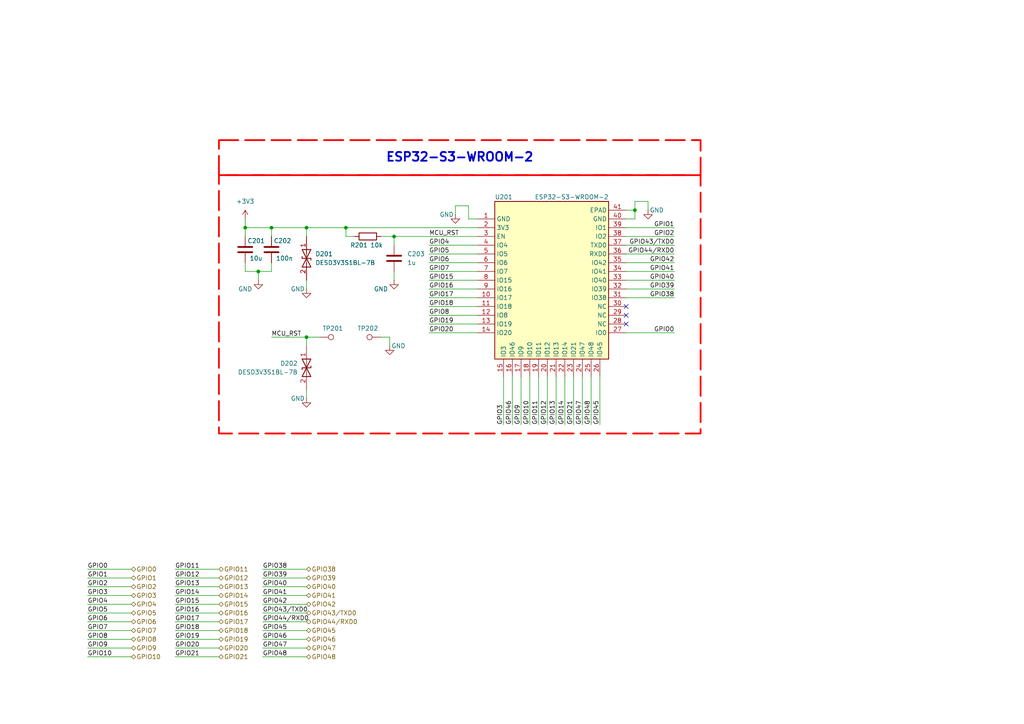
<source format=kicad_sch>
(kicad_sch (version 20231120) (generator "eeschema") (generator_version "8.0")
  (paper "A4")
  (title_block (title "ESP32-S3-WROOM-2") (date "2024-04-09") (company "MQuero"))
  (lib_symbols
    (symbol "Connector:TestPoint" (pin_numbers hide) (pin_names (offset 0.762) hide)
      (property "Reference" "TP" (at 0 6.858 0))
      (property "Value" "TestPoint" (at 0 5.08 0))
      (symbol "TestPoint_0_1"
        (circle (center 0 3.302) (radius 0.762))
      )
      (symbol "TestPoint_1_1"
        (pin passive line (at 0 0 90) (length 2.54) (name "1") (number "1"))
      )
    )
    (symbol "Device:C" (pin_numbers hide) (pin_names (offset 0.254))
      (property "Reference" "C" (at 0.635 2.54 0))
      (property "Value" "C" (at 0.635 -2.54 0))
      (symbol "C_0_1"
        (polyline (pts (xy -2.032 -0.762) (xy 2.032 -0.762)) (stroke (width 0.508)))
        (polyline (pts (xy -2.032 0.762) (xy 2.032 0.762)) (stroke (width 0.508)))
      )
      (symbol "C_1_1"
        (pin passive line (at 0 3.81 270) (length 2.794) (name "~") (number "1"))
        (pin passive line (at 0 -3.81 90) (length 2.794) (name "~") (number "2"))
      )
    )
    (symbol "Device:R" (pin_numbers hide) (pin_names (offset 0))
      (property "Reference" "R" (at 2.032 0 90))
      (property "Value" "R" (at 0 0 90))
      (symbol "R_0_1"
        (rectangle (start -1.016 -2.54) (end 1.016 2.54) (stroke (width 0.254)))
      )
      (symbol "R_1_1"
        (pin passive line (at 0 3.81 270) (length 1.27) (name "~") (number "1"))
        (pin passive line (at 0 -3.81 90) (length 1.27) (name "~") (number "2"))
      )
    )
    (symbol "TFG:DESD3V3S1BL-7B" (pin_names (offset 0.254))
      (property "Reference" "D" (at 2.54 1.27 0))
      (property "Value" "DESD3V3S1BL-7B" (at 2.54 -1.27 0))
      (symbol "DESD3V3S1BL-7B_0_1"
        (polyline (pts (xy 0 -1.27) (xy 0 1.27)))
        (polyline (pts (xy 1.27 -0.508) (xy 1.27 0) (xy -1.27 0) (xy -1.27 0.508)) (stroke (width 0.254)))
        (polyline (pts (xy 1.27 2.54) (xy -1.27 2.54) (xy 1.27 -2.54) (xy -1.27 -2.54) (xy 1.27 2.54)) (stroke (width 0.254)))
      )
      (symbol "DESD3V3S1BL-7B_1_1"
        (pin unspecified line (at 0 6.35 270) (length 5.08) (name "~") (number "1"))
        (pin unspecified line (at 0 -6.35 90) (length 5.08) (name "~") (number "2"))
      )
    )
    (symbol "TFG:ESP32-S3-WROOM-2"
      (property "Reference" "U" (at 0 1.27 0))
      (property "Value" "ESP32-S3-WROOM-2" (at 33.02 1.27 0))
      (symbol "ESP32-S3-WROOM-2_0_1"
        (pin unspecified line (at -5.08 -27.94 0) (length 5.08) (name "IO17") (number "10"))
        (pin unspecified line (at -5.08 -30.48 0) (length 5.08) (name "IO18") (number "11"))
        (pin unspecified line (at -5.08 -33.02 0) (length 5.08) (name "IO8") (number "12"))
        (pin unspecified line (at -5.08 -35.56 0) (length 5.08) (name "IO19") (number "13"))
        (pin unspecified line (at -5.08 -38.1 0) (length 5.08) (name "IO20") (number "14"))
        (pin unspecified line (at 2.54 -50.8 90) (length 5.08) (name "IO3") (number "15"))
        (pin unspecified line (at 5.08 -50.8 90) (length 5.08) (name "IO46") (number "16"))
        (pin unspecified line (at 7.62 -50.8 90) (length 5.08) (name "IO9") (number "17"))
        (pin unspecified line (at 10.16 -50.8 90) (length 5.08) (name "IO10") (number "18"))
        (pin unspecified line (at 12.7 -50.8 90) (length 5.08) (name "IO11") (number "19"))
        (pin unspecified line (at -5.08 -7.62 0) (length 5.08) (name "3V3") (number "2"))
        (pin unspecified line (at 15.24 -50.8 90) (length 5.08) (name "IO12") (number "20"))
        (pin unspecified line (at 17.78 -50.8 90) (length 5.08) (name "IO13") (number "21"))
        (pin unspecified line (at 20.32 -50.8 90) (length 5.08) (name "IO14") (number "22"))
        (pin unspecified line (at 22.86 -50.8 90) (length 5.08) (name "IO21") (number "23"))
        (pin unspecified line (at 25.4 -50.8 90) (length 5.08) (name "IO47") (number "24"))
        (pin unspecified line (at 27.94 -50.8 90) (length 5.08) (name "IO48") (number "25"))
        (pin unspecified line (at 30.48 -50.8 90) (length 5.08) (name "IO45") (number "26"))
        (pin unspecified line (at 38.1 -38.1 180) (length 5.08) (name "IO0") (number "27"))
        (pin unspecified line (at 38.1 -35.56 180) (length 5.08) (name "NC") (number "28"))
        (pin unspecified line (at 38.1 -33.02 180) (length 5.08) (name "NC") (number "29"))
        (pin unspecified line (at -5.08 -10.16 0) (length 5.08) (name "EN") (number "3"))
        (pin unspecified line (at 38.1 -30.48 180) (length 5.08) (name "NC") (number "30"))
        (pin unspecified line (at 38.1 -27.94 180) (length 5.08) (name "IO38") (number "31"))
        (pin unspecified line (at 38.1 -25.4 180) (length 5.08) (name "IO39") (number "32"))
        (pin unspecified line (at 38.1 -22.86 180) (length 5.08) (name "IO40") (number "33"))
        (pin unspecified line (at 38.1 -20.32 180) (length 5.08) (name "IO41") (number "34"))
        (pin unspecified line (at 38.1 -17.78 180) (length 5.08) (name "IO42") (number "35"))
        (pin unspecified line (at 38.1 -15.24 180) (length 5.08) (name "RXD0") (number "36"))
        (pin unspecified line (at 38.1 -12.7 180) (length 5.08) (name "TXD0") (number "37"))
        (pin unspecified line (at 38.1 -10.16 180) (length 5.08) (name "IO2") (number "38"))
        (pin unspecified line (at 38.1 -7.62 180) (length 5.08) (name "IO1") (number "39"))
        (pin unspecified line (at 38.1 -5.08 180) (length 5.08) (name "GND") (number "40"))
        (pin unspecified line (at -5.08 -17.78 0) (length 5.08) (name "IO6") (number "6"))
        (pin unspecified line (at -5.08 -20.32 0) (length 5.08) (name "IO7") (number "7"))
        (pin unspecified line (at -5.08 -22.86 0) (length 5.08) (name "IO15") (number "8"))
        (pin unspecified line (at -5.08 -25.4 0) (length 5.08) (name "IO16") (number "9"))
      )
      (symbol "ESP32-S3-WROOM-2_1_1"
        (rectangle (start 0 0) (end 33.02 -45.72) (stroke (width 0.254)) (fill (type background)))
        (pin unspecified line (at -5.08 -5.08 0) (length 5.08) (name "GND") (number "1"))
        (pin unspecified line (at -5.08 -12.7 0) (length 5.08) (name "IO4") (number "4"))
        (pin unspecified line (at 38.1 -2.54 180) (length 5.08) (name "EPAD") (number "41"))
        (pin unspecified line (at -5.08 -15.24 0) (length 5.08) (name "IO5") (number "5"))
      )
    )
    (symbol "power:+3V3" (power) (pin_numbers hide) (pin_names (offset 0) hide)
      (property "Value" "+3V3" (at 0 3.556 0))
      (symbol "+3V3_0_1"
        (polyline (pts (xy -0.762 1.27) (xy 0 2.54)))
        (polyline (pts (xy 0 0) (xy 0 2.54)))
        (polyline (pts (xy 0 2.54) (xy 0.762 1.27)))
      )
      (symbol "+3V3_1_1"
        (pin power_in line (at 0 0 90) (length 0) (name "~") (number "1"))
      )
    )
    (symbol "power:GND" (power) (pin_numbers hide) (pin_names (offset 0) hide)
      (property "Value" "GND" (at 0 -3.81 0))
      (symbol "GND_0_1"
        (polyline (pts (xy 0 0) (xy 0 -1.27) (xy 1.27 -1.27) (xy 0 -2.54) (xy -1.27 -1.27) (xy 0 -1.27)))
      )
      (symbol "GND_1_1"
        (pin power_in line (at 0 0 270) (length 0) (name "~") (number "1"))
      )
    )
  )
  (junction (at 100.33 66.04))
  (junction (at 78.74 66.04))
  (junction (at 88.9 97.79))
  (junction (at 184.15 60.96))
  (junction (at 74.93 78.74))
  (junction (at 88.9 66.04))
  (junction (at 114.3 68.58))
  (junction (at 71.12 66.04))
  (no_connect (at 181.61 93.98))
  (no_connect (at 181.61 88.9))
  (no_connect (at 181.61 91.44))
  (wire (pts (xy 63.5 175.26) (xy 50.8 175.26)))
  (wire (pts (xy 76.2 185.42) (xy 88.9 185.42)))
  (wire (pts (xy 76.2 170.18) (xy 88.9 170.18)))
  (wire (pts (xy 50.8 172.72) (xy 63.5 172.72)))
  (wire (pts (xy 135.89 59.69) (xy 132.08 59.69)))
  (wire (pts (xy 173.99 109.22) (xy 173.99 123.19)))
  (wire (pts (xy 88.9 113.03) (xy 88.9 115.57)))
  (wire (pts (xy 88.9 97.79) (xy 88.9 100.33)))
  (wire (pts (xy 100.33 66.04) (xy 138.43 66.04)))
  (wire (pts (xy 76.2 167.64) (xy 88.9 167.64)))
  (wire (pts (xy 124.46 88.9) (xy 138.43 88.9)))
  (wire (pts (xy 110.49 97.79) (xy 113.03 97.79)))
  (wire (pts (xy 78.74 76.2) (xy 78.74 78.74)))
  (wire (pts (xy 88.9 66.04) (xy 100.33 66.04)))
  (wire (pts (xy 114.3 81.28) (xy 114.3 78.74)))
  (wire (pts (xy 25.4 165.1) (xy 38.1 165.1)))
  (wire (pts (xy 113.03 97.79) (xy 113.03 100.33)))
  (wire (pts (xy 76.2 177.8) (xy 88.9 177.8)))
  (wire (pts (xy 181.61 83.82) (xy 195.58 83.82)))
  (wire (pts (xy 181.61 68.58) (xy 195.58 68.58)))
  (wire (pts (xy 63.5 182.88) (xy 50.8 182.88)))
  (wire (pts (xy 114.3 68.58) (xy 138.43 68.58)))
  (wire (pts (xy 124.46 78.74) (xy 138.43 78.74)))
  (wire (pts (xy 38.1 185.42) (xy 25.4 185.42)))
  (wire (pts (xy 181.61 76.2) (xy 195.58 76.2)))
  (wire (pts (xy 100.33 68.58) (xy 102.87 68.58)))
  (wire (pts (xy 153.67 109.22) (xy 153.67 123.19)))
  (wire (pts (xy 171.45 109.22) (xy 171.45 123.19)))
  (wire (pts (xy 76.2 172.72) (xy 88.9 172.72)))
  (wire (pts (xy 132.08 59.69) (xy 132.08 62.23)))
  (wire (pts (xy 71.12 68.58) (xy 71.12 66.04)))
  (wire (pts (xy 74.93 78.74) (xy 71.12 78.74)))
  (wire (pts (xy 166.37 109.22) (xy 166.37 123.19)))
  (wire (pts (xy 158.75 109.22) (xy 158.75 123.19)))
  (wire (pts (xy 76.2 165.1) (xy 88.9 165.1)))
  (wire (pts (xy 76.2 187.96) (xy 88.9 187.96)))
  (wire (pts (xy 161.29 109.22) (xy 161.29 123.19)))
  (wire (pts (xy 88.9 68.58) (xy 88.9 66.04)))
  (wire (pts (xy 124.46 76.2) (xy 138.43 76.2)))
  (wire (pts (xy 71.12 66.04) (xy 78.74 66.04)))
  (wire (pts (xy 181.61 86.36) (xy 195.58 86.36)))
  (wire (pts (xy 38.1 182.88) (xy 25.4 182.88)))
  (wire (pts (xy 124.46 86.36) (xy 138.43 86.36)))
  (wire (pts (xy 124.46 73.66) (xy 138.43 73.66)))
  (wire (pts (xy 110.49 68.58) (xy 114.3 68.58)))
  (wire (pts (xy 76.2 182.88) (xy 88.9 182.88)))
  (wire (pts (xy 25.4 167.64) (xy 38.1 167.64)))
  (wire (pts (xy 71.12 76.2) (xy 71.12 78.74)))
  (wire (pts (xy 181.61 63.5) (xy 184.15 63.5)))
  (wire (pts (xy 92.71 97.79) (xy 88.9 97.79)))
  (wire (pts (xy 88.9 81.28) (xy 88.9 83.82)))
  (wire (pts (xy 76.2 180.34) (xy 88.9 180.34)))
  (wire (pts (xy 124.46 93.98) (xy 138.43 93.98)))
  (wire (pts (xy 181.61 73.66) (xy 195.58 73.66)))
  (wire (pts (xy 151.13 109.22) (xy 151.13 123.19)))
  (wire (pts (xy 181.61 71.12) (xy 195.58 71.12)))
  (wire (pts (xy 63.5 185.42) (xy 50.8 185.42)))
  (wire (pts (xy 100.33 66.04) (xy 100.33 68.58)))
  (wire (pts (xy 25.4 187.96) (xy 38.1 187.96)))
  (wire (pts (xy 184.15 60.96) (xy 181.61 60.96)))
  (wire (pts (xy 63.5 177.8) (xy 50.8 177.8)))
  (wire (pts (xy 146.05 109.22) (xy 146.05 123.19)))
  (wire (pts (xy 156.21 109.22) (xy 156.21 123.19)))
  (wire (pts (xy 25.4 172.72) (xy 38.1 172.72)))
  (wire (pts (xy 184.15 58.42) (xy 187.96 58.42)))
  (wire (pts (xy 138.43 63.5) (xy 135.89 63.5)))
  (wire (pts (xy 124.46 71.12) (xy 138.43 71.12)))
  (wire (pts (xy 184.15 63.5) (xy 184.15 60.96)))
  (wire (pts (xy 78.74 78.74) (xy 74.93 78.74)))
  (wire (pts (xy 181.61 78.74) (xy 195.58 78.74)))
  (wire (pts (xy 38.1 177.8) (xy 25.4 177.8)))
  (wire (pts (xy 50.8 190.5) (xy 63.5 190.5)))
  (wire (pts (xy 124.46 91.44) (xy 138.43 91.44)))
  (wire (pts (xy 50.8 170.18) (xy 63.5 170.18)))
  (wire (pts (xy 181.61 81.28) (xy 195.58 81.28)))
  (wire (pts (xy 148.59 109.22) (xy 148.59 123.19)))
  (wire (pts (xy 124.46 96.52) (xy 138.43 96.52)))
  (wire (pts (xy 88.9 97.79) (xy 78.74 97.79)))
  (wire (pts (xy 163.83 109.22) (xy 163.83 123.19)))
  (wire (pts (xy 78.74 68.58) (xy 78.74 66.04)))
  (wire (pts (xy 38.1 175.26) (xy 25.4 175.26)))
  (wire (pts (xy 124.46 81.28) (xy 138.43 81.28)))
  (wire (pts (xy 124.46 83.82) (xy 138.43 83.82)))
  (wire (pts (xy 187.96 58.42) (xy 187.96 60.96)))
  (wire (pts (xy 25.4 190.5) (xy 38.1 190.5)))
  (wire (pts (xy 63.5 180.34) (xy 50.8 180.34)))
  (wire (pts (xy 25.4 170.18) (xy 38.1 170.18)))
  (wire (pts (xy 76.2 175.26) (xy 88.9 175.26)))
  (wire (pts (xy 78.74 66.04) (xy 88.9 66.04)))
  (wire (pts (xy 135.89 59.69) (xy 135.89 63.5)))
  (wire (pts (xy 184.15 58.42) (xy 184.15 60.96)))
  (wire (pts (xy 38.1 180.34) (xy 25.4 180.34)))
  (wire (pts (xy 181.61 66.04) (xy 195.58 66.04)))
  (wire (pts (xy 50.8 167.64) (xy 63.5 167.64)))
  (wire (pts (xy 76.2 190.5) (xy 88.9 190.5)))
  (wire (pts (xy 168.91 109.22) (xy 168.91 123.19)))
  (wire (pts (xy 63.5 187.96) (xy 50.8 187.96)))
  (wire (pts (xy 74.93 81.28) (xy 74.93 78.74)))
  (wire (pts (xy 181.61 96.52) (xy 195.58 96.52)))
  (wire (pts (xy 50.8 165.1) (xy 63.5 165.1)))
  (wire (pts (xy 114.3 68.58) (xy 114.3 71.12)))
  (wire (pts (xy 71.12 66.04) (xy 71.12 63.5)))
  (rectangle (start 63.5 40.64) (end 203.2 50.8) (stroke (width 0.508) (type dash) (color 255 0 0 1)))
  (rectangle (start 63.5 50.8) (end 203.2 125.73) (stroke (width 0.508) (type dash) (color 255 0 0 1)))
  (text "ESP32-S3-WROOM-2" (at 133.35 45.72 0) (effects (font (size 2.54 2.54) (thickness 0.508) (bold yes))))
  (label "GPIO20" (at 124.46 96.52 0))
  (label "GPIO13" (at 161.29 123.19 90))
  (label "GPIO0" (at 25.4 165.1 0))
  (label "MCU_RST" (at 78.74 97.79 0))
  (label "GPIO9" (at 25.4 187.96 0))
  (label "GPIO14" (at 50.8 172.72 0))
  (label "GPIO42" (at 76.2 175.26 0))
  (label "GPIO17" (at 50.8 180.34 0))
  (label "GPIO15" (at 124.46 81.28 0))
  (label "GPIO43{slash}TXD0" (at 195.58 71.12 180))
  (label "GPIO6" (at 25.4 180.34 0))
  (label "GPIO13" (at 50.8 170.18 0))
  (label "GPIO2" (at 195.58 68.58 180))
  (label "GPIO16" (at 124.46 83.82 0))
  (label "GPIO46" (at 76.2 185.42 0))
  (label "GPIO45" (at 173.99 123.19 90))
  (label "GPIO5" (at 25.4 177.8 0))
  (label "GPIO17" (at 124.46 86.36 0))
  (label "GPIO40" (at 195.58 81.28 180))
  (label "GPIO8" (at 25.4 185.42 0))
  (label "GPIO21" (at 166.37 123.19 90))
  (label "GPIO41" (at 195.58 78.74 180))
  (label "GPIO20" (at 50.8 187.96 0))
  (label "GPIO7" (at 124.46 78.74 0))
  (label "GPIO44{slash}RXD0" (at 195.58 73.66 180))
  (label "GPIO40" (at 76.2 170.18 0))
  (label "GPIO4" (at 124.46 71.12 0))
  (label "GPIO11" (at 156.21 123.19 90))
  (label "GPIO42" (at 195.58 76.2 180))
  (label "GPIO47" (at 76.2 187.96 0))
  (label "GPIO46" (at 148.59 123.19 90))
  (label "GPIO3" (at 25.4 172.72 0))
  (label "GPIO48" (at 76.2 190.5 0))
  (label "GPIO16" (at 50.8 177.8 0))
  (label "GPIO18" (at 124.46 88.9 0))
  (label "GPIO19" (at 124.46 93.98 0))
  (label "GPIO0" (at 195.58 96.52 180))
  (label "GPIO45" (at 76.2 182.88 0))
  (label "GPIO10" (at 153.67 123.19 90))
  (label "GPIO43{slash}TXD0" (at 76.2 177.8 0))
  (label "GPIO39" (at 76.2 167.64 0))
  (label "GPIO10" (at 25.4 190.5 0))
  (label "GPIO11" (at 50.8 165.1 0))
  (label "GPIO3" (at 146.05 123.19 90))
  (label "GPIO8" (at 124.46 91.44 0))
  (label "GPIO2" (at 25.4 170.18 0))
  (label "GPIO41" (at 76.2 172.72 0))
  (label "GPIO21" (at 50.8 190.5 0))
  (label "GPIO44{slash}RXD0" (at 76.2 180.34 0))
  (label "GPIO9" (at 151.13 123.19 90))
  (label "GPIO5" (at 124.46 73.66 0))
  (label "MCU_RST" (at 124.46 68.58 0))
  (label "GPIO19" (at 50.8 185.42 0))
  (label "GPIO6" (at 124.46 76.2 0))
  (label "GPIO12" (at 50.8 167.64 0))
  (label "GPIO1" (at 195.58 66.04 180))
  (label "GPIO38" (at 76.2 165.1 0))
  (label "GPIO12" (at 158.75 123.19 90))
  (label "GPIO15" (at 50.8 175.26 0))
  (label "GPIO1" (at 25.4 167.64 0))
  (label "GPIO47" (at 168.91 123.19 90))
  (label "GPIO18" (at 50.8 182.88 0))
  (label "GPIO38" (at 195.58 86.36 180))
  (label "GPIO7" (at 25.4 182.88 0))
  (label "GPIO39" (at 195.58 83.82 180))
  (label "GPIO48" (at 171.45 123.19 90))
  (label "GPIO14" (at 163.83 123.19 90))
  (label "GPIO4" (at 25.4 175.26 0))
  (hierarchical_label "GPIO40" (shape bidirectional) (at 88.9 170.18 0))
  (hierarchical_label "GPIO20" (shape bidirectional) (at 63.5 187.96 0))
  (hierarchical_label "GPIO48" (shape bidirectional) (at 88.9 190.5 0))
  (hierarchical_label "GPIO45" (shape bidirectional) (at 88.9 182.88 0))
  (hierarchical_label "GPIO41" (shape bidirectional) (at 88.9 172.72 0))
  (hierarchical_label "GPIO12" (shape bidirectional) (at 63.5 167.64 0))
  (hierarchical_label "GPIO9" (shape bidirectional) (at 38.1 187.96 0))
  (hierarchical_label "GPIO13" (shape bidirectional) (at 63.5 170.18 0))
  (hierarchical_label "GPIO15" (shape bidirectional) (at 63.5 175.26 0))
  (hierarchical_label "GPIO17" (shape bidirectional) (at 63.5 180.34 0))
  (hierarchical_label "GPIO14" (shape bidirectional) (at 63.5 172.72 0))
  (hierarchical_label "GPIO10" (shape bidirectional) (at 38.1 190.5 0))
  (hierarchical_label "GPIO38" (shape bidirectional) (at 88.9 165.1 0))
  (hierarchical_label "GPIO19" (shape bidirectional) (at 63.5 185.42 0))
  (hierarchical_label "GPIO43{slash}TXD0" (shape bidirectional) (at 88.9 177.8 0))
  (hierarchical_label "GPIO3" (shape bidirectional) (at 38.1 172.72 0))
  (hierarchical_label "GPIO47" (shape bidirectional) (at 88.9 187.96 0))
  (hierarchical_label "GPIO7" (shape bidirectional) (at 38.1 182.88 0))
  (hierarchical_label "GPIO8" (shape bidirectional) (at 38.1 185.42 0))
  (hierarchical_label "GPIO4" (shape bidirectional) (at 38.1 175.26 0))
  (hierarchical_label "GPIO21" (shape bidirectional) (at 63.5 190.5 0))
  (hierarchical_label "GPIO11" (shape bidirectional) (at 63.5 165.1 0))
  (hierarchical_label "GPIO46" (shape bidirectional) (at 88.9 185.42 0))
  (hierarchical_label "GPIO0" (shape bidirectional) (at 38.1 165.1 0))
  (hierarchical_label "GPIO39" (shape bidirectional) (at 88.9 167.64 0))
  (hierarchical_label "GPIO5" (shape bidirectional) (at 38.1 177.8 0))
  (hierarchical_label "GPIO2" (shape bidirectional) (at 38.1 170.18 0))
  (hierarchical_label "GPIO16" (shape bidirectional) (at 63.5 177.8 0))
  (hierarchical_label "GPIO42" (shape bidirectional) (at 88.9 175.26 0))
  (hierarchical_label "GPIO18" (shape bidirectional) (at 63.5 182.88 0))
  (hierarchical_label "GPIO44{slash}RXD0" (shape bidirectional) (at 88.9 180.34 0))
  (hierarchical_label "GPIO1" (shape bidirectional) (at 38.1 167.64 0))
  (hierarchical_label "GPIO6" (shape bidirectional) (at 38.1 180.34 0))
  (symbol (lib_id "Device:C") (at 71.12 72.39 0) (unit 1)
    (property "Reference" "C201" (at 71.755 69.85 0) (effects (justify left)))
    (property "Value" "10u" (at 72.39 74.93 0) (effects (justify left)))
    (property "Footprint" "Capacitor_SMD:C_0402_1005Metric" (effects (hide yes)))
    (property "Description" "Unpolarized capacitor" (effects (hide yes)))
  )
  (symbol (lib_id "power:GND") (at 88.9 83.82 0) (unit 1)
    (property "Reference" "#PWR0206" (effects (hide yes)))
    (property "Value" "GND" (at 86.36 83.82 0))
    (property "Description" "Power symbol creates a global label with name \"GND\" , ground" (effects (hide yes)))
  )
  (symbol (lib_id "power:GND") (at 113.03 100.33 0) (unit 1)
    (property "Reference" "#PWR0207" (effects (hide yes)))
    (property "Value" "GND" (at 115.57 100.33 0))
    (property "Description" "Power symbol creates a global label with name \"GND\" , ground" (effects (hide yes)))
  )
  (symbol (lib_id "power:GND") (at 74.93 81.28 0) (unit 1)
    (property "Reference" "#PWR0204" (effects (hide yes)))
    (property "Value" "GND" (at 71.12 83.82 0))
    (property "Description" "Power symbol creates a global label with name \"GND\" , ground" (effects (hide yes)))
  )
  (symbol (lib_id "power:GND") (at 187.96 60.96 0) (mirror y) (unit 1)
    (property "Reference" "#PWR0201" (effects (hide yes)))
    (property "Value" "GND" (at 190.5 60.96 0))
    (property "Description" "Power symbol creates a global label with name \"GND\" , ground" (effects (hide yes)))
  )
  (symbol (lib_id "power:GND") (at 114.3 81.28 0) (unit 1)
    (property "Reference" "#PWR0205" (effects (hide yes)))
    (property "Value" "GND" (at 110.49 83.82 0))
    (property "Description" "Power symbol creates a global label with name \"GND\" , ground" (effects (hide yes)))
  )
  (symbol (lib_id "power:GND") (at 88.9 115.57 0) (unit 1)
    (property "Reference" "#PWR0209" (effects (hide yes)))
    (property "Value" "GND" (at 86.36 115.57 0))
    (property "Description" "Power symbol creates a global label with name \"GND\" , ground" (effects (hide yes)))
  )
  (symbol (lib_id "TFG:DESD3V3S1BL-7B") (at 88.9 106.68 0) (mirror y) (unit 1)
    (property "Reference" "D202" (at 86.36 105.41 0) (effects (justify left)))
    (property "Value" "DESD3V3S1BL-7B" (at 86.36 107.95 0) (effects (justify left)))
    (property "Footprint" "TFG:DESD3V3S1BL-7B" (effects (hide yes)))
    (property "Datasheet" "https://www.diodes.com/assets/Datasheets/DESD3V3S1BL.pdf" (effects (hide yes)))
    (property "Description" "TVS DIODE 3.3VWM 7VC DFN1006-2" (effects (hide yes)))
    (property "MQ PN" "TFGD004 " (effects (hide yes)))
  )
  (symbol (lib_id "Device:C") (at 78.74 72.39 0) (unit 1)
    (property "Reference" "C202" (at 79.375 69.85 0) (effects (justify left)))
    (property "Value" "100n" (at 80.01 74.93 0) (effects (justify left)))
    (property "Footprint" "Capacitor_SMD:C_0402_1005Metric" (effects (hide yes)))
    (property "Description" "Unpolarized capacitor" (effects (hide yes)))
  )
  (symbol (lib_id "TFG:DESD3V3S1BL-7B") (at 88.9 74.93 0) (unit 1)
    (property "Reference" "D201" (at 91.44 73.66 0) (effects (justify left)))
    (property "Value" "DESD3V3S1BL-7B" (at 91.44 76.2 0) (effects (justify left)))
    (property "Footprint" "TFG:DESD3V3S1BL-7B" (effects (hide yes)))
    (property "Datasheet" "https://www.diodes.com/assets/Datasheets/DESD3V3S1BL.pdf" (effects (hide yes)))
    (property "Description" "TVS DIODE 3.3VWM 7VC DFN1006-2" (effects (hide yes)))
    (property "MQ PN" "TFGD004 " (effects (hide yes)))
  )
  (symbol (lib_id "TFG:ESP32-S3-WROOM-2") (at 143.51 58.42 0) (unit 1)
    (property "Reference" "U201" (at 143.51 57.15 0) (effects (justify left)))
    (property "Value" "ESP32-S3-WROOM-2" (at 176.53 57.15 0) (effects (justify right)))
    (property "Footprint" "TFG:ESP32-S3-WROOM-2" (effects (hide yes)))
    (property "Datasheet" "https://www.espressif.com/sites/default/files/documentation/esp32-s3-wroom-2_datasheet_en.pdf" (effects (hide yes)))
    (property "Description" "32 MB Octal flash & 8 MB Octal PSRAM" (effects (hide yes)))
    (property "MQ PN" "TFGU002" (effects (hide yes)))
  )
  (symbol (lib_id "power:GND") (at 132.08 62.23 0) (unit 1)
    (property "Reference" "#PWR0202" (effects (hide yes)))
    (property "Value" "GND" (at 129.54 62.23 0))
    (property "Description" "Power symbol creates a global label with name \"GND\" , ground" (effects (hide yes)))
  )
  (symbol (lib_id "power:+3V3") (at 71.12 63.5 0) (unit 1)
    (property "Reference" "#PWR0203" (effects (hide yes)))
    (property "Value" "+3V3" (at 71.12 58.42 0))
    (property "Description" "Power symbol creates a global label with name \"+3V3\"" (effects (hide yes)))
  )
  (symbol (lib_id "Connector:TestPoint") (at 110.49 97.79 90) (mirror x) (unit 1)
    (property "Reference" "TP202" (at 106.68 95.25 90))
    (property "Value" "TestPoint" (effects (hide yes)))
    (property "Footprint" "TestPoint:TestPoint_Pad_D1.0mm" (effects (hide yes)))
    (property "Description" "test point" (effects (hide yes)))
  )
  (symbol (lib_id "Connector:TestPoint") (at 92.71 97.79 270) (mirror x) (unit 1)
    (property "Reference" "TP201" (at 96.52 95.25 90))
    (property "Value" "TestPoint" (effects (hide yes)))
    (property "Footprint" "TestPoint:TestPoint_Pad_D1.0mm" (effects (hide yes)))
    (property "Description" "test point" (effects (hide yes)))
  )
  (symbol (lib_id "Device:R") (at 106.68 68.58 90) (unit 1)
    (property "Reference" "R201" (at 104.14 71.12 90))
    (property "Value" "10k" (at 109.22 71.12 90))
    (property "Footprint" "Resistor_SMD:R_0402_1005Metric" (effects (hide yes)))
    (property "Description" "Resistor" (effects (hide yes)))
  )
  (symbol (lib_id "Device:C") (at 114.3 74.93 0) (unit 1)
    (property "Reference" "C203" (at 118.11 73.66 0) (effects (justify left)))
    (property "Value" "1u" (at 118.11 76.2 0) (effects (justify left)))
    (property "Footprint" "Capacitor_SMD:C_0402_1005Metric" (effects (hide yes)))
    (property "Description" "Unpolarized capacitor" (effects (hide yes)))
  )
)
</source>
